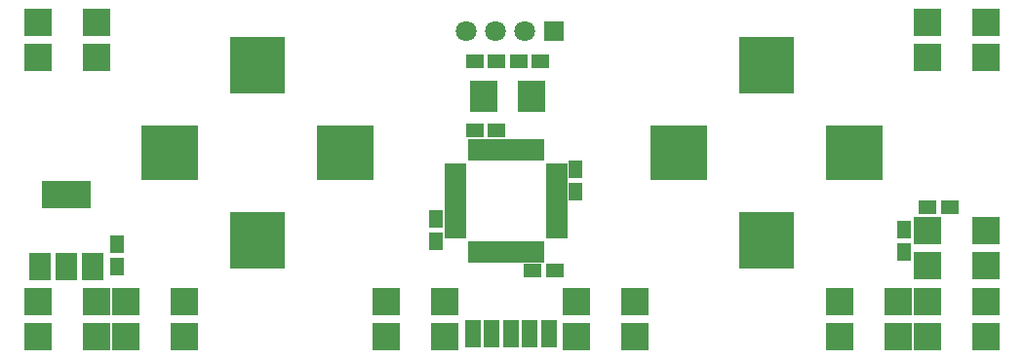
<source format=gts>
G04 (created by PCBNEW (22-Jun-2014 BZR 4027)-stable) date Thu 03 May 2018 06:01:57 PM CST*
%MOIN*%
G04 Gerber Fmt 3.4, Leading zero omitted, Abs format*
%FSLAX34Y34*%
G01*
G70*
G90*
G04 APERTURE LIST*
%ADD10C,0.00393701*%
%ADD11R,0.165354X0.0944882*%
%ADD12R,0.0748031X0.0944882*%
%ADD13R,0.0629921X0.0452756*%
%ADD14R,0.0944882X0.192913*%
%ADD15R,0.192913X0.0944882*%
%ADD16R,0.0944882X0.110236*%
%ADD17R,0.0452756X0.0629921*%
%ADD18R,0.0944882X0.0944882*%
%ADD19R,0.0551181X0.0944882*%
%ADD20R,0.070748X0.070748*%
%ADD21C,0.070748*%
%ADD22R,0.0267717X0.0748031*%
%ADD23R,0.0354331X0.0748031*%
%ADD24R,0.0748031X0.0354331*%
%ADD25R,0.0748031X0.0267717*%
G04 APERTURE END LIST*
G54D10*
G54D11*
X125530Y-99013D03*
G54D12*
X125530Y-101494D03*
X126435Y-101494D03*
X124624Y-101494D03*
G54D13*
X155714Y-99474D03*
X154965Y-99474D03*
G54D14*
X131587Y-94594D03*
X132532Y-94594D03*
X149932Y-94594D03*
X148987Y-94594D03*
X149932Y-100594D03*
X148987Y-100594D03*
X131587Y-100594D03*
X132532Y-100594D03*
G54D15*
X152460Y-97121D03*
X152460Y-98066D03*
X135060Y-97121D03*
X135060Y-98066D03*
X129060Y-97121D03*
X129060Y-98066D03*
X146460Y-97121D03*
X146460Y-98066D03*
G54D16*
X139802Y-95644D03*
X141417Y-95644D03*
G54D13*
X141734Y-94444D03*
X140985Y-94444D03*
X139485Y-94444D03*
X140234Y-94444D03*
G54D17*
X154160Y-100239D03*
X154160Y-100988D03*
X138160Y-100618D03*
X138160Y-99869D03*
G54D13*
X139487Y-96836D03*
X140236Y-96836D03*
X142216Y-101614D03*
X141467Y-101614D03*
G54D17*
X142910Y-98171D03*
X142910Y-98920D03*
G54D18*
X154960Y-101454D03*
X154960Y-100254D03*
X156960Y-100254D03*
X156960Y-101454D03*
X124560Y-94314D03*
X124560Y-93114D03*
X126560Y-93114D03*
X126560Y-94314D03*
X154960Y-94314D03*
X154960Y-93114D03*
X156960Y-93114D03*
X156960Y-94314D03*
X136460Y-103894D03*
X136460Y-102694D03*
X138460Y-102694D03*
X138460Y-103894D03*
X142960Y-103894D03*
X142960Y-102694D03*
X144960Y-102694D03*
X144960Y-103894D03*
X154960Y-103894D03*
X154960Y-102694D03*
X156960Y-102694D03*
X156960Y-103894D03*
X151960Y-103894D03*
X151960Y-102694D03*
X153960Y-102694D03*
X153960Y-103894D03*
X124560Y-103894D03*
X124560Y-102694D03*
X126560Y-102694D03*
X126560Y-103894D03*
X127560Y-103894D03*
X127560Y-102694D03*
X129560Y-102694D03*
X129560Y-103894D03*
G54D19*
X139410Y-103794D03*
X140060Y-103794D03*
X140710Y-103794D03*
X141360Y-103794D03*
X142010Y-103794D03*
G54D20*
X142180Y-93434D03*
G54D21*
X141180Y-93434D03*
X140180Y-93434D03*
X139180Y-93434D03*
G54D22*
X141052Y-97501D03*
X140855Y-97501D03*
X140658Y-97501D03*
X140461Y-97501D03*
X140264Y-97501D03*
G54D23*
X141682Y-97501D03*
G54D22*
X141445Y-97501D03*
X141248Y-97501D03*
G54D24*
X138817Y-98121D03*
G54D25*
X138817Y-98358D03*
X138817Y-98555D03*
X138817Y-98751D03*
X138817Y-98948D03*
X138817Y-99145D03*
X138817Y-99342D03*
X138817Y-99539D03*
G54D23*
X139437Y-100986D03*
G54D22*
X139674Y-100986D03*
X139871Y-100986D03*
X140067Y-100986D03*
X140264Y-100986D03*
X140461Y-100986D03*
X140658Y-100986D03*
X140855Y-100986D03*
G54D24*
X142302Y-100366D03*
G54D25*
X142302Y-100129D03*
X142302Y-99932D03*
X142302Y-99736D03*
X142302Y-99539D03*
X142302Y-99342D03*
X142302Y-99145D03*
X142302Y-98948D03*
G54D22*
X140067Y-97501D03*
X139871Y-97501D03*
X139674Y-97501D03*
G54D23*
X139437Y-97501D03*
G54D25*
X138817Y-99736D03*
X138817Y-99932D03*
X138817Y-100129D03*
G54D24*
X138817Y-100366D03*
G54D22*
X141052Y-100986D03*
X141248Y-100986D03*
X141445Y-100986D03*
G54D23*
X141682Y-100986D03*
G54D25*
X142302Y-98751D03*
X142302Y-98555D03*
X142302Y-98358D03*
G54D24*
X142302Y-98121D03*
G54D17*
X127270Y-101478D03*
X127270Y-100729D03*
M02*

</source>
